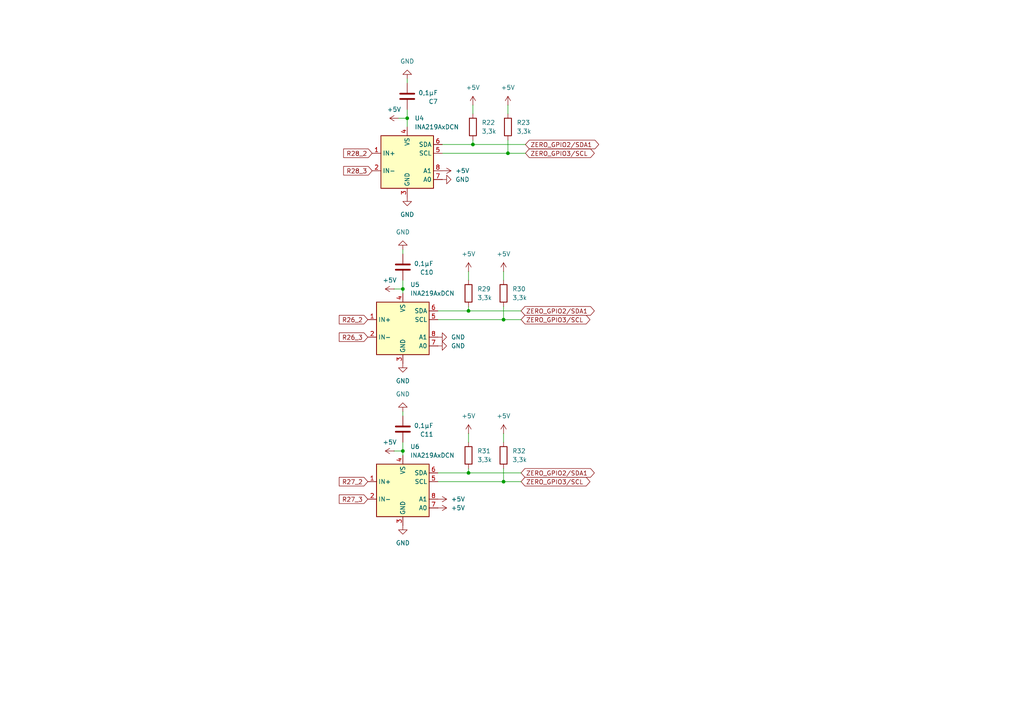
<source format=kicad_sch>
(kicad_sch (version 20250114) (generator "eeschema") (generator_version "9.0")
  (paper "A4")
  (lib_symbols
    (symbol "Device:R" (pin_numbers (hide yes)) (pin_names (offset 0))
      (property "Reference" "R" (at 2.032 0 90))
      (property "Value" "R" (at 0 0 90))
      (symbol "R_0_1"
        (rectangle (start -1.016 -2.54) (end 1.016 2.54) (stroke (width 0.254)))
      )
      (symbol "R_1_1"
        (pin passive line (at 0 3.81 270) (length 1.27) (name "~") (number "1"))
        (pin passive line (at 0 -3.81 90) (length 1.27) (name "~") (number "2"))
      )
    )
    (symbol "ISI-Capacitor:C_1206" (pin_numbers (hide yes)) (pin_names (offset 0.254))
      (property "Reference" "C" (at 0.635 2.54 0))
      (property "Value" "C_Gen" (at 0.635 -2.54 0))
      (symbol "C_1206_0_1"
        (polyline (pts (xy -2.032 0.762) (xy 2.032 0.762)) (stroke (width 0.508)))
        (polyline (pts (xy -2.032 -0.762) (xy 2.032 -0.762)) (stroke (width 0.508)))
      )
      (symbol "C_1206_1_1"
        (pin passive line (at 0 3.81 270) (length 2.794) (name "~") (number "1"))
        (pin passive line (at 0 -3.81 90) (length 2.794) (name "~") (number "2"))
      )
    )
    (symbol "Sensor_Energy:INA219AxDCN"
      (property "Reference" "U" (at -6.35 8.89 0))
      (property "Value" "INA219AxDCN" (at 6.35 8.89 0))
      (symbol "INA219AxDCN_0_1"
        (rectangle (start -7.62 7.62) (end 7.62 -7.62) (stroke (width 0.254)) (fill (type background)))
      )
      (symbol "INA219AxDCN_1_1"
        (pin input line (at -10.16 2.54 0) (length 2.54) (name "IN+") (number "1"))
        (pin input line (at -10.16 -2.54 0) (length 2.54) (name "IN-") (number "2"))
        (pin power_in line (at 0 10.16 270) (length 2.54) (name "VS") (number "4"))
        (pin power_in line (at 0 -10.16 90) (length 2.54) (name "GND") (number "3"))
        (pin bidirectional line (at 10.16 5.08 180) (length 2.54) (name "SDA") (number "6"))
        (pin input line (at 10.16 2.54 180) (length 2.54) (name "SCL") (number "5"))
        (pin input line (at 10.16 -2.54 180) (length 2.54) (name "A1") (number "8"))
        (pin input line (at 10.16 -5.08 180) (length 2.54) (name "A0") (number "7"))
      )
    )
    (symbol "power:+5V" (power) (pin_numbers (hide yes)) (pin_names (offset 0) (hide yes))
      (property "Value" "+5V" (at 0 3.556 0))
      (symbol "+5V_0_1"
        (polyline (pts (xy -0.762 1.27) (xy 0 2.54)))
        (polyline (pts (xy 0 2.54) (xy 0.762 1.27)))
        (polyline (pts (xy 0 0) (xy 0 2.54)))
      )
      (symbol "+5V_1_1"
        (pin power_in line (at 0 0 90) (length 0) (name "~") (number "1"))
      )
    )
    (symbol "power:GND" (power) (pin_numbers (hide yes)) (pin_names (offset 0) (hide yes))
      (property "Value" "GND" (at 0 -3.81 0))
      (symbol "GND_0_1"
        (polyline (pts (xy 0 0) (xy 0 -1.27) (xy 1.27 -1.27) (xy 0 -2.54) (xy -1.27 -1.27) (xy 0 -1.27)))
      )
      (symbol "GND_1_1"
        (pin power_in line (at 0 0 270) (length 0) (name "~") (number "1"))
      )
    )
  )
  (junction (at 116.84 83.82))
  (junction (at 137.16 41.91))
  (junction (at 118.11 34.29))
  (junction (at 135.89 90.17))
  (junction (at 147.32 44.45))
  (junction (at 135.89 137.16))
  (junction (at 146.05 139.7))
  (junction (at 116.84 130.81))
  (junction (at 146.05 92.71))
  (wire (pts (xy 146.05 88.9) (xy 146.05 92.71)))
  (wire (pts (xy 146.05 125.73) (xy 146.05 128.27)))
  (wire (pts (xy 114.3 83.82) (xy 116.84 83.82)))
  (wire (pts (xy 151.13 92.71) (xy 146.05 92.71)))
  (wire (pts (xy 146.05 78.74) (xy 146.05 81.28)))
  (wire (pts (xy 135.89 78.74) (xy 135.89 81.28)))
  (wire (pts (xy 116.84 81.28) (xy 116.84 83.82)))
  (wire (pts (xy 151.13 137.16) (xy 135.89 137.16)))
  (wire (pts (xy 146.05 92.71) (xy 127 92.71)))
  (wire (pts (xy 116.84 83.82) (xy 116.84 85.09)))
  (wire (pts (xy 116.84 120.65) (xy 116.84 119.38)))
  (wire (pts (xy 151.13 90.17) (xy 135.89 90.17)))
  (wire (pts (xy 116.84 130.81) (xy 116.84 132.08)))
  (wire (pts (xy 118.11 24.13) (xy 118.11 22.86)))
  (wire (pts (xy 152.4 41.91) (xy 137.16 41.91)))
  (wire (pts (xy 146.05 135.89) (xy 146.05 139.7)))
  (wire (pts (xy 114.3 130.81) (xy 116.84 130.81)))
  (wire (pts (xy 152.4 44.45) (xy 147.32 44.45)))
  (wire (pts (xy 135.89 125.73) (xy 135.89 128.27)))
  (wire (pts (xy 147.32 44.45) (xy 128.27 44.45)))
  (wire (pts (xy 118.11 31.75) (xy 118.11 34.29)))
  (wire (pts (xy 135.89 135.89) (xy 135.89 137.16)))
  (wire (pts (xy 135.89 90.17) (xy 127 90.17)))
  (wire (pts (xy 147.32 30.48) (xy 147.32 33.02)))
  (wire (pts (xy 135.89 137.16) (xy 127 137.16)))
  (wire (pts (xy 137.16 30.48) (xy 137.16 33.02)))
  (wire (pts (xy 135.89 88.9) (xy 135.89 90.17)))
  (wire (pts (xy 137.16 40.64) (xy 137.16 41.91)))
  (wire (pts (xy 147.32 40.64) (xy 147.32 44.45)))
  (wire (pts (xy 116.84 128.27) (xy 116.84 130.81)))
  (wire (pts (xy 137.16 41.91) (xy 128.27 41.91)))
  (wire (pts (xy 118.11 34.29) (xy 118.11 36.83)))
  (wire (pts (xy 115.57 34.29) (xy 118.11 34.29)))
  (wire (pts (xy 116.84 73.66) (xy 116.84 72.39)))
  (wire (pts (xy 146.05 139.7) (xy 127 139.7)))
  (wire (pts (xy 151.13 139.7) (xy 146.05 139.7)))
  (global_label "R27_2" (shape input) (at 106.68 139.7 180) (property "Intersheetrefs" "${INTERSHEET_REFS}" (effects (hide yes))))
  (global_label "ZERO_GPIO3{slash}SCL" (shape bidirectional) (at 152.4 44.45 0) (property "Intersheetrefs" "${INTERSHEET_REFS}" (effects (hide yes))))
  (global_label "R26_3" (shape input) (at 106.68 97.79 180) (property "Intersheetrefs" "${INTERSHEET_REFS}" (effects (hide yes))))
  (global_label "ZERO_GPIO2{slash}SDA1" (shape bidirectional) (at 151.13 137.16 0) (property "Intersheetrefs" "${INTERSHEET_REFS}" (effects (hide yes))))
  (global_label "ZERO_GPIO2{slash}SDA1" (shape bidirectional) (at 152.4 41.91 0) (property "Intersheetrefs" "${INTERSHEET_REFS}" (effects (hide yes))))
  (global_label "R26_2" (shape input) (at 106.68 92.71 180) (property "Intersheetrefs" "${INTERSHEET_REFS}" (effects (hide yes))))
  (global_label "ZERO_GPIO3{slash}SCL" (shape bidirectional) (at 151.13 92.71 0) (property "Intersheetrefs" "${INTERSHEET_REFS}" (effects (hide yes))))
  (global_label "R27_3" (shape input) (at 106.68 144.78 180) (property "Intersheetrefs" "${INTERSHEET_REFS}" (effects (hide yes))))
  (global_label "ZERO_GPIO3{slash}SCL" (shape bidirectional) (at 151.13 139.7 0) (property "Intersheetrefs" "${INTERSHEET_REFS}" (effects (hide yes))))
  (global_label "ZERO_GPIO2{slash}SDA1" (shape bidirectional) (at 151.13 90.17 0) (property "Intersheetrefs" "${INTERSHEET_REFS}" (effects (hide yes))))
  (global_label "R28_2" (shape input) (at 107.95 44.45 180) (property "Intersheetrefs" "${INTERSHEET_REFS}" (effects (hide yes))))
  (global_label "R28_3" (shape input) (at 107.95 49.53 180) (property "Intersheetrefs" "${INTERSHEET_REFS}" (effects (hide yes))))
  (symbol (lib_id "power:GND") (at 127 100.33 90) (unit 1)
    (property "Reference" "#PWR088" (effects (hide yes)))
    (property "Value" "GND" (at 130.81 100.3299 90) (effects (justify right)))
    (property "Description" "Power symbol creates a global label with name \"GND\" , ground" (effects (hide yes)))
  )
  (symbol (lib_id "power:+5V") (at 127 147.32 270) (unit 1)
    (property "Reference" "#PWR091" (effects (hide yes)))
    (property "Value" "+5V" (at 130.81 147.3199 90) (effects (justify left)))
    (property "Description" "Power symbol creates a global label with name \"+5V\"" (effects (hide yes)))
  )
  (symbol (lib_id "Device:R") (at 146.05 85.09 180) (unit 1)
    (property "Reference" "R30" (at 148.59 83.8199 0) (effects (justify right)))
    (property "Value" "3,3k" (at 148.59 86.3599 0) (effects (justify right)))
    (property "Footprint" "Resistor_SMD:R_1206_3216Metric" (effects (hide yes)))
    (property "Description" "Resistor" (effects (hide yes)))
  )
  (symbol (lib_id "power:+5V") (at 135.89 125.73 0) (unit 1)
    (property "Reference" "#PWR096" (effects (hide yes)))
    (property "Value" "+5V" (at 135.89 120.65 0))
    (property "Description" "Power symbol creates a global label with name \"+5V\"" (effects (hide yes)))
  )
  (symbol (lib_id "power:GND") (at 116.84 152.4 0) (unit 1)
    (property "Reference" "#PWR094" (effects (hide yes)))
    (property "Value" "GND" (at 116.84 157.48 0))
    (property "Description" "Power symbol creates a global label with name \"GND\" , ground" (effects (hide yes)))
  )
  (symbol (lib_id "Device:R") (at 137.16 36.83 180) (unit 1)
    (property "Reference" "R22" (at 139.7 35.5599 0) (effects (justify right)))
    (property "Value" "3,3k" (at 139.7 38.0999 0) (effects (justify right)))
    (property "Footprint" "Resistor_SMD:R_1206_3216Metric" (effects (hide yes)))
    (property "Description" "Resistor" (effects (hide yes)))
  )
  (symbol (lib_id "power:+5V") (at 114.3 83.82 90) (unit 1)
    (property "Reference" "#PWR086" (effects (hide yes)))
    (property "Value" "+5V" (at 113.03 81.28 90))
    (property "Description" "Power symbol creates a global label with name \"+5V\"" (effects (hide yes)))
  )
  (symbol (lib_id "power:GND") (at 116.84 72.39 180) (unit 1)
    (property "Reference" "#PWR093" (effects (hide yes)))
    (property "Value" "GND" (at 116.84 67.31 0))
    (property "Description" "Power symbol creates a global label with name \"GND\" , ground" (effects (hide yes)))
  )
  (symbol (lib_id "power:+5V") (at 147.32 30.48 0) (unit 1)
    (property "Reference" "#PWR080" (effects (hide yes)))
    (property "Value" "+5V" (at 147.32 25.4 0))
    (property "Description" "Power symbol creates a global label with name \"+5V\"" (effects (hide yes)))
  )
  (symbol (lib_id "power:+5V") (at 137.16 30.48 0) (unit 1)
    (property "Reference" "#PWR079" (effects (hide yes)))
    (property "Value" "+5V" (at 137.16 25.4 0))
    (property "Description" "Power symbol creates a global label with name \"+5V\"" (effects (hide yes)))
  )
  (symbol (lib_id "power:+5V") (at 114.3 130.81 90) (unit 1)
    (property "Reference" "#PWR0100" (effects (hide yes)))
    (property "Value" "+5V" (at 113.03 128.27 90))
    (property "Description" "Power symbol creates a global label with name \"+5V\"" (effects (hide yes)))
  )
  (symbol (lib_id "Device:R") (at 135.89 132.08 180) (unit 1)
    (property "Reference" "R31" (at 138.43 130.8099 0) (effects (justify right)))
    (property "Value" "3,3k" (at 138.43 133.3499 0) (effects (justify right)))
    (property "Footprint" "Resistor_SMD:R_1206_3216Metric" (effects (hide yes)))
    (property "Description" "Resistor" (effects (hide yes)))
  )
  (symbol (lib_id "Sensor_Energy:INA219AxDCN") (at 116.84 142.24 0) (unit 1)
    (property "Reference" "U6" (at 118.9833 129.54 0) (effects (justify left)))
    (property "Value" "INA219AxDCN" (at 118.9833 132.08 0) (effects (justify left)))
    (property "Footprint" "Package_TO_SOT_SMD:SOT-23-8" (effects (hide yes)))
    (property "Datasheet" "http://www.ti.com/lit/ds/symlink/ina219.pdf" (effects (hide yes)))
    (property "Description" "Zero-Drift, Bidirectional Current/Power Monitor (0-26V) With I2C Interface, SOT-23-8" (effects (hide yes)))
  )
  (symbol (lib_id "power:+5V") (at 135.89 78.74 0) (unit 1)
    (property "Reference" "#PWR089" (effects (hide yes)))
    (property "Value" "+5V" (at 135.89 73.66 0))
    (property "Description" "Power symbol creates a global label with name \"+5V\"" (effects (hide yes)))
  )
  (symbol (lib_id "power:GND") (at 127 97.79 90) (unit 1)
    (property "Reference" "#PWR090" (effects (hide yes)))
    (property "Value" "GND" (at 130.81 97.7899 90) (effects (justify right)))
    (property "Description" "Power symbol creates a global label with name \"GND\" , ground" (effects (hide yes)))
  )
  (symbol (lib_id "power:+5V") (at 128.27 49.53 270) (unit 1)
    (property "Reference" "#PWR081" (effects (hide yes)))
    (property "Value" "+5V" (at 132.08 49.5299 90) (effects (justify left)))
    (property "Description" "Power symbol creates a global label with name \"+5V\"" (effects (hide yes)))
  )
  (symbol (lib_id "power:+5V") (at 146.05 125.73 0) (unit 1)
    (property "Reference" "#PWR099" (effects (hide yes)))
    (property "Value" "+5V" (at 146.05 120.65 0))
    (property "Description" "Power symbol creates a global label with name \"+5V\"" (effects (hide yes)))
  )
  (symbol (lib_id "power:GND") (at 116.84 119.38 180) (unit 1)
    (property "Reference" "#PWR0101" (effects (hide yes)))
    (property "Value" "GND" (at 116.84 114.3 0))
    (property "Description" "Power symbol creates a global label with name \"GND\" , ground" (effects (hide yes)))
  )
  (symbol (lib_id "power:+5V") (at 127 144.78 270) (unit 1)
    (property "Reference" "#PWR098" (effects (hide yes)))
    (property "Value" "+5V" (at 130.81 144.7799 90) (effects (justify left)))
    (property "Description" "Power symbol creates a global label with name \"+5V\"" (effects (hide yes)))
  )
  (symbol (lib_id "power:+5V") (at 115.57 34.29 90) (unit 1)
    (property "Reference" "#PWR077" (effects (hide yes)))
    (property "Value" "+5V" (at 114.3 31.75 90))
    (property "Description" "Power symbol creates a global label with name \"+5V\"" (effects (hide yes)))
  )
  (symbol (lib_id "ISI-Capacitor:C_1206") (at 118.11 27.94 180) (unit 1)
    (property "Reference" "C7" (at 127 29.464 0) (effects (justify left)))
    (property "Value" "0,1µF" (at 127 26.924 0) (effects (justify left)))
    (property "Footprint" "ISI-Capacitor:C_1206_3216Metric_Pad1.33x1.80mm_HandSolder" (effects (hide yes)))
    (property "Description" "Unpolarized capacitor 1206 SMD" (effects (hide yes)))
  )
  (symbol (lib_id "ISI-Capacitor:C_1206") (at 116.84 124.46 180) (unit 1)
    (property "Reference" "C11" (at 125.73 125.984 0) (effects (justify left)))
    (property "Value" "0,1µF" (at 125.73 123.444 0) (effects (justify left)))
    (property "Footprint" "ISI-Capacitor:C_1206_3216Metric_Pad1.33x1.80mm_HandSolder" (effects (hide yes)))
    (property "Description" "Unpolarized capacitor 1206 SMD" (effects (hide yes)))
  )
  (symbol (lib_id "power:GND") (at 118.11 22.86 180) (unit 1)
    (property "Reference" "#PWR083" (effects (hide yes)))
    (property "Value" "GND" (at 118.11 17.78 0))
    (property "Description" "Power symbol creates a global label with name \"GND\" , ground" (effects (hide yes)))
  )
  (symbol (lib_id "ISI-Capacitor:C_1206") (at 116.84 77.47 180) (unit 1)
    (property "Reference" "C10" (at 125.73 78.994 0) (effects (justify left)))
    (property "Value" "0,1µF" (at 125.73 76.454 0) (effects (justify left)))
    (property "Footprint" "ISI-Capacitor:C_1206_3216Metric_Pad1.33x1.80mm_HandSolder" (effects (hide yes)))
    (property "Description" "Unpolarized capacitor 1206 SMD" (effects (hide yes)))
  )
  (symbol (lib_id "Device:R") (at 135.89 85.09 180) (unit 1)
    (property "Reference" "R29" (at 138.43 83.8199 0) (effects (justify right)))
    (property "Value" "3,3k" (at 138.43 86.3599 0) (effects (justify right)))
    (property "Footprint" "Resistor_SMD:R_1206_3216Metric" (effects (hide yes)))
    (property "Description" "Resistor" (effects (hide yes)))
  )
  (symbol (lib_id "power:+5V") (at 146.05 78.74 0) (unit 1)
    (property "Reference" "#PWR092" (effects (hide yes)))
    (property "Value" "+5V" (at 146.05 73.66 0))
    (property "Description" "Power symbol creates a global label with name \"+5V\"" (effects (hide yes)))
  )
  (symbol (lib_id "power:GND") (at 118.11 57.15 0) (unit 1)
    (property "Reference" "#PWR078" (effects (hide yes)))
    (property "Value" "GND" (at 118.11 62.23 0))
    (property "Description" "Power symbol creates a global label with name \"GND\" , ground" (effects (hide yes)))
  )
  (symbol (lib_id "Sensor_Energy:INA219AxDCN") (at 118.11 46.99 0) (unit 1)
    (property "Reference" "U4" (at 120.2533 34.29 0) (effects (justify left)))
    (property "Value" "INA219AxDCN" (at 120.2533 36.83 0) (effects (justify left)))
    (property "Footprint" "Package_TO_SOT_SMD:SOT-23-8" (effects (hide yes)))
    (property "Datasheet" "http://www.ti.com/lit/ds/symlink/ina219.pdf" (effects (hide yes)))
    (property "Description" "Zero-Drift, Bidirectional Current/Power Monitor (0-26V) With I2C Interface, SOT-23-8" (effects (hide yes)))
  )
  (symbol (lib_id "power:GND") (at 116.84 105.41 0) (unit 1)
    (property "Reference" "#PWR087" (effects (hide yes)))
    (property "Value" "GND" (at 116.84 110.49 0))
    (property "Description" "Power symbol creates a global label with name \"GND\" , ground" (effects (hide yes)))
  )
  (symbol (lib_id "Device:R") (at 146.05 132.08 180) (unit 1)
    (property "Reference" "R32" (at 148.59 130.8099 0) (effects (justify right)))
    (property "Value" "3,3k" (at 148.59 133.3499 0) (effects (justify right)))
    (property "Footprint" "Resistor_SMD:R_1206_3216Metric" (effects (hide yes)))
    (property "Description" "Resistor" (effects (hide yes)))
  )
  (symbol (lib_id "Sensor_Energy:INA219AxDCN") (at 116.84 95.25 0) (unit 1)
    (property "Reference" "U5" (at 118.9833 82.55 0) (effects (justify left)))
    (property "Value" "INA219AxDCN" (at 118.9833 85.09 0) (effects (justify left)))
    (property "Footprint" "Package_TO_SOT_SMD:SOT-23-8" (effects (hide yes)))
    (property "Datasheet" "http://www.ti.com/lit/ds/symlink/ina219.pdf" (effects (hide yes)))
    (property "Description" "Zero-Drift, Bidirectional Current/Power Monitor (0-26V) With I2C Interface, SOT-23-8" (effects (hide yes)))
  )
  (symbol (lib_id "Device:R") (at 147.32 36.83 180) (unit 1)
    (property "Reference" "R23" (at 149.86 35.5599 0) (effects (justify right)))
    (property "Value" "3,3k" (at 149.86 38.0999 0) (effects (justify right)))
    (property "Footprint" "Resistor_SMD:R_1206_3216Metric" (effects (hide yes)))
    (property "Description" "Resistor" (effects (hide yes)))
  )
  (symbol (lib_id "power:GND") (at 128.27 52.07 90) (unit 1)
    (property "Reference" "#PWR082" (effects (hide yes)))
    (property "Value" "GND" (at 132.08 52.0699 90) (effects (justify right)))
    (property "Description" "Power symbol creates a global label with name \"GND\" , ground" (effects (hide yes)))
  )
)
</source>
